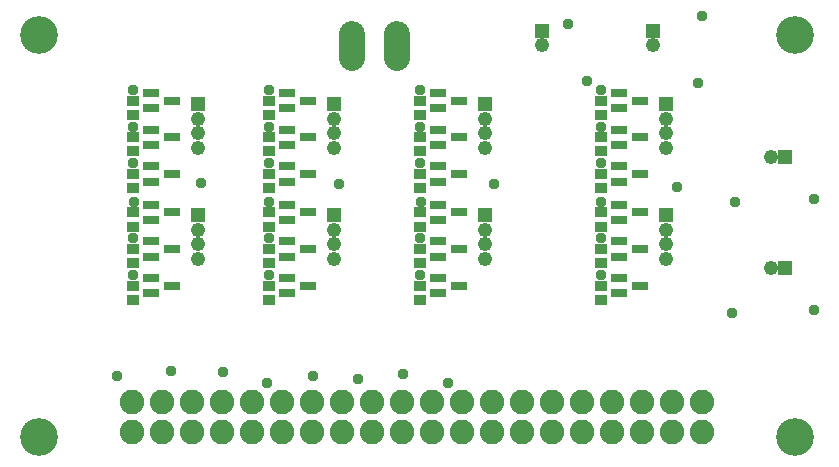
<source format=gbr>
G04 EAGLE Gerber RS-274X export*
G75*
%MOMM*%
%FSLAX34Y34*%
%LPD*%
%INSoldermask Bottom*%
%IPPOS*%
%AMOC8*
5,1,8,0,0,1.08239X$1,22.5*%
G01*
%ADD10C,3.203200*%
%ADD11C,2.082800*%
%ADD12R,1.371600X0.660400*%
%ADD13R,1.003200X0.903200*%
%ADD14R,1.219200X1.219200*%
%ADD15C,1.219200*%
%ADD16C,2.203200*%
%ADD17C,0.959600*%


D10*
X30000Y370000D03*
X670000Y370000D03*
X670000Y30000D03*
X30000Y30000D03*
D11*
X109000Y34100D03*
X134400Y34100D03*
X159800Y34100D03*
X185200Y34100D03*
X210600Y34100D03*
X236000Y34100D03*
X261400Y34100D03*
X286800Y34100D03*
X312200Y34100D03*
X337600Y34100D03*
X363000Y34100D03*
X388400Y34100D03*
X413800Y34100D03*
X413800Y59500D03*
X388400Y59500D03*
X363000Y59500D03*
X337600Y59500D03*
X312200Y59500D03*
X286800Y59500D03*
X261400Y59500D03*
X236000Y59500D03*
X210600Y59500D03*
X185200Y59500D03*
X159800Y59500D03*
X134400Y59500D03*
X109000Y59500D03*
X439200Y34100D03*
X439200Y59500D03*
X464600Y34100D03*
X464600Y59500D03*
X490000Y34100D03*
X490000Y59500D03*
X515400Y34100D03*
X515400Y59500D03*
X540800Y34100D03*
X540800Y59500D03*
X566200Y34100D03*
X566200Y59500D03*
X591600Y34100D03*
X591600Y59500D03*
D12*
X125237Y308142D03*
X125237Y321142D03*
X142763Y314642D03*
X125237Y277143D03*
X125237Y290143D03*
X142763Y283643D03*
X125237Y246144D03*
X125237Y259144D03*
X142763Y252644D03*
D13*
X110000Y314682D03*
X110000Y302682D03*
X110000Y283682D03*
X110000Y271682D03*
X110000Y252683D03*
X110000Y240683D03*
D12*
X125237Y213591D03*
X125237Y226591D03*
X142763Y220091D03*
X125237Y182591D03*
X125237Y195591D03*
X142763Y189091D03*
X125237Y151591D03*
X125237Y164591D03*
X142763Y158091D03*
D13*
X110000Y220125D03*
X110000Y208125D03*
X110000Y189125D03*
X110000Y177125D03*
X110000Y158125D03*
X110000Y146125D03*
D14*
X165000Y312059D03*
D15*
X165000Y299613D03*
X165000Y287167D03*
X165000Y274467D03*
D14*
X165000Y218000D03*
D15*
X165000Y205554D03*
X165000Y193108D03*
X165000Y180408D03*
D12*
X240237Y308142D03*
X240237Y321142D03*
X257763Y314642D03*
X240237Y277143D03*
X240237Y290143D03*
X257763Y283643D03*
X240237Y246144D03*
X240237Y259144D03*
X257763Y252644D03*
D13*
X225000Y314682D03*
X225000Y302682D03*
X225000Y283682D03*
X225000Y271682D03*
X225000Y252683D03*
X225000Y240683D03*
D12*
X240237Y213591D03*
X240237Y226591D03*
X257763Y220091D03*
X240237Y182591D03*
X240237Y195591D03*
X257763Y189091D03*
X240237Y151591D03*
X240237Y164591D03*
X257763Y158091D03*
D13*
X225000Y220125D03*
X225000Y208125D03*
X225000Y189125D03*
X225000Y177125D03*
X225000Y158125D03*
X225000Y146125D03*
D14*
X280000Y312059D03*
D15*
X280000Y299613D03*
X280000Y287167D03*
X280000Y274467D03*
D14*
X280000Y218000D03*
D15*
X280000Y205554D03*
X280000Y193108D03*
X280000Y180408D03*
D12*
X368237Y308142D03*
X368237Y321142D03*
X385763Y314642D03*
X368237Y277143D03*
X368237Y290143D03*
X385763Y283643D03*
X368237Y246144D03*
X368237Y259144D03*
X385763Y252644D03*
D13*
X353000Y314682D03*
X353000Y302682D03*
X353000Y283682D03*
X353000Y271682D03*
X353000Y252683D03*
X353000Y240683D03*
D12*
X368237Y213591D03*
X368237Y226591D03*
X385763Y220091D03*
X368237Y182591D03*
X368237Y195591D03*
X385763Y189091D03*
X368237Y151591D03*
X368237Y164591D03*
X385763Y158091D03*
D13*
X353000Y220125D03*
X353000Y208125D03*
X353000Y189125D03*
X353000Y177125D03*
X353000Y158125D03*
X353000Y146125D03*
D14*
X408000Y312059D03*
D15*
X408000Y299613D03*
X408000Y287167D03*
X408000Y274467D03*
D14*
X408000Y218000D03*
D15*
X408000Y205554D03*
X408000Y193108D03*
X408000Y180408D03*
D12*
X521237Y308142D03*
X521237Y321142D03*
X538763Y314642D03*
X521237Y277143D03*
X521237Y290143D03*
X538763Y283643D03*
X521237Y246144D03*
X521237Y259144D03*
X538763Y252644D03*
D13*
X506000Y314682D03*
X506000Y302682D03*
X506000Y283682D03*
X506000Y271682D03*
X506000Y252683D03*
X506000Y240683D03*
D12*
X521237Y213591D03*
X521237Y226591D03*
X538763Y220091D03*
X521237Y182591D03*
X521237Y195591D03*
X538763Y189091D03*
X521237Y151591D03*
X521237Y164591D03*
X538763Y158091D03*
D13*
X506000Y220125D03*
X506000Y208125D03*
X506000Y189125D03*
X506000Y177125D03*
X506000Y158125D03*
X506000Y146125D03*
D14*
X561000Y312059D03*
D15*
X561000Y299613D03*
X561000Y287167D03*
X561000Y274467D03*
D14*
X561000Y218000D03*
D15*
X561000Y205554D03*
X561000Y193108D03*
X561000Y180408D03*
D16*
X333000Y351000D02*
X333000Y371000D01*
X294900Y371000D02*
X294900Y351000D01*
D14*
X456000Y374000D03*
D15*
X456000Y361554D03*
D14*
X550000Y374000D03*
D15*
X550000Y361554D03*
D14*
X662000Y267000D03*
D15*
X649554Y267000D03*
D14*
X662000Y173000D03*
D15*
X649554Y173000D03*
D17*
X110000Y323681D03*
X96000Y82000D03*
X110000Y292682D03*
X110000Y261683D03*
X110100Y229123D03*
X142000Y86000D03*
X110000Y198124D03*
X110000Y167124D03*
X225000Y323681D03*
X186000Y85000D03*
X225000Y292682D03*
X225000Y261683D03*
X225100Y229123D03*
X223000Y76000D03*
X225000Y198124D03*
X225000Y167124D03*
X353000Y323681D03*
X262000Y82000D03*
X353000Y292682D03*
X353000Y261683D03*
X353100Y229123D03*
X300000Y79000D03*
X353000Y198124D03*
X353000Y167124D03*
X506000Y323681D03*
X338000Y83000D03*
X506000Y292682D03*
X506000Y261683D03*
X506100Y229123D03*
X376000Y76000D03*
X506000Y198124D03*
X506000Y167124D03*
X167000Y245000D03*
X284000Y244000D03*
X415000Y244000D03*
X570000Y242000D03*
X686000Y137600D03*
X686000Y231700D03*
X591000Y386058D03*
X478000Y380000D03*
X494000Y331000D03*
X588000Y330000D03*
X619000Y229000D03*
X617000Y135000D03*
M02*

</source>
